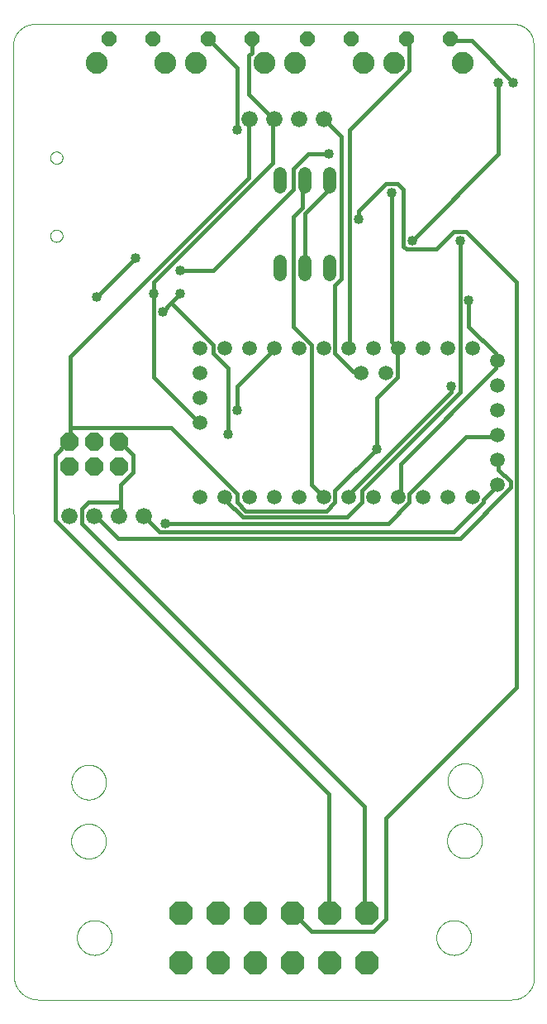
<source format=gbl>
G75*
%MOIN*%
%OFA0B0*%
%FSLAX25Y25*%
%IPPOS*%
%LPD*%
%AMOC8*
5,1,8,0,0,1.08239X$1,22.5*
%
%ADD10C,0.00000*%
%ADD11OC8,0.06000*%
%ADD12C,0.08850*%
%ADD13OC8,0.09449*%
%ADD14OC8,0.07400*%
%ADD15C,0.06600*%
%ADD16C,0.05937*%
%ADD17C,0.05200*%
%ADD18C,0.01600*%
%ADD19C,0.04000*%
D10*
X0001297Y0010767D02*
X0001000Y0385429D01*
X0001003Y0385640D01*
X0001010Y0385850D01*
X0001023Y0386061D01*
X0001041Y0386271D01*
X0001064Y0386480D01*
X0001092Y0386689D01*
X0001124Y0386897D01*
X0001162Y0387104D01*
X0001205Y0387311D01*
X0001253Y0387516D01*
X0001306Y0387720D01*
X0001364Y0387922D01*
X0001427Y0388124D01*
X0001494Y0388323D01*
X0001567Y0388521D01*
X0001644Y0388717D01*
X0001726Y0388911D01*
X0001812Y0389104D01*
X0001903Y0389294D01*
X0001999Y0389481D01*
X0002099Y0389667D01*
X0002204Y0389850D01*
X0002313Y0390030D01*
X0002426Y0390208D01*
X0002544Y0390383D01*
X0002665Y0390554D01*
X0002791Y0390723D01*
X0002921Y0390889D01*
X0003055Y0391052D01*
X0003193Y0391211D01*
X0003335Y0391367D01*
X0003480Y0391520D01*
X0003629Y0391669D01*
X0003782Y0391814D01*
X0003938Y0391956D01*
X0004097Y0392094D01*
X0004260Y0392228D01*
X0004426Y0392358D01*
X0004595Y0392484D01*
X0004766Y0392605D01*
X0004941Y0392723D01*
X0005119Y0392836D01*
X0005299Y0392945D01*
X0005482Y0393050D01*
X0005668Y0393150D01*
X0005855Y0393246D01*
X0006045Y0393337D01*
X0006238Y0393423D01*
X0006432Y0393505D01*
X0006628Y0393582D01*
X0006826Y0393655D01*
X0007025Y0393722D01*
X0007227Y0393785D01*
X0007429Y0393843D01*
X0007633Y0393896D01*
X0007838Y0393944D01*
X0008045Y0393987D01*
X0008252Y0394025D01*
X0008460Y0394057D01*
X0008669Y0394085D01*
X0008878Y0394108D01*
X0009088Y0394126D01*
X0009299Y0394139D01*
X0009509Y0394146D01*
X0009720Y0394149D01*
X0009720Y0394148D02*
X0203035Y0394148D01*
X0203226Y0394146D01*
X0203416Y0394139D01*
X0203606Y0394127D01*
X0203796Y0394111D01*
X0203986Y0394091D01*
X0204174Y0394065D01*
X0204363Y0394035D01*
X0204550Y0394001D01*
X0204737Y0393962D01*
X0204922Y0393919D01*
X0205107Y0393871D01*
X0205290Y0393819D01*
X0205472Y0393762D01*
X0205652Y0393701D01*
X0205831Y0393636D01*
X0206009Y0393566D01*
X0206184Y0393492D01*
X0206358Y0393414D01*
X0206530Y0393331D01*
X0206700Y0393245D01*
X0206867Y0393154D01*
X0207033Y0393059D01*
X0207196Y0392961D01*
X0207357Y0392858D01*
X0207515Y0392752D01*
X0207670Y0392642D01*
X0207823Y0392528D01*
X0207973Y0392411D01*
X0208120Y0392289D01*
X0208264Y0392165D01*
X0208405Y0392037D01*
X0208543Y0391905D01*
X0208678Y0391770D01*
X0208810Y0391632D01*
X0208938Y0391491D01*
X0209062Y0391347D01*
X0209184Y0391200D01*
X0209301Y0391050D01*
X0209415Y0390897D01*
X0209525Y0390742D01*
X0209631Y0390584D01*
X0209734Y0390423D01*
X0209832Y0390260D01*
X0209927Y0390094D01*
X0210018Y0389927D01*
X0210104Y0389757D01*
X0210187Y0389585D01*
X0210265Y0389411D01*
X0210339Y0389236D01*
X0210409Y0389058D01*
X0210474Y0388879D01*
X0210535Y0388699D01*
X0210592Y0388517D01*
X0210644Y0388334D01*
X0210692Y0388149D01*
X0210735Y0387964D01*
X0210774Y0387777D01*
X0210808Y0387590D01*
X0210838Y0387401D01*
X0210864Y0387213D01*
X0210884Y0387023D01*
X0210900Y0386833D01*
X0210912Y0386643D01*
X0210919Y0386453D01*
X0210921Y0386262D01*
X0211218Y0009978D01*
X0211215Y0009761D01*
X0211208Y0009544D01*
X0211194Y0009328D01*
X0211176Y0009111D01*
X0211153Y0008896D01*
X0211124Y0008681D01*
X0211090Y0008466D01*
X0211051Y0008253D01*
X0211006Y0008041D01*
X0210957Y0007829D01*
X0210903Y0007619D01*
X0210843Y0007411D01*
X0210779Y0007204D01*
X0210709Y0006998D01*
X0210635Y0006794D01*
X0210555Y0006592D01*
X0210471Y0006393D01*
X0210382Y0006195D01*
X0210288Y0005999D01*
X0210190Y0005806D01*
X0210086Y0005615D01*
X0209979Y0005427D01*
X0209867Y0005241D01*
X0209750Y0005058D01*
X0209629Y0004878D01*
X0209503Y0004701D01*
X0209374Y0004527D01*
X0209240Y0004356D01*
X0209102Y0004189D01*
X0208960Y0004024D01*
X0208814Y0003864D01*
X0208665Y0003707D01*
X0208511Y0003553D01*
X0208354Y0003404D01*
X0208194Y0003258D01*
X0208029Y0003116D01*
X0207862Y0002978D01*
X0207691Y0002844D01*
X0207517Y0002715D01*
X0207340Y0002589D01*
X0207160Y0002468D01*
X0206977Y0002351D01*
X0206791Y0002239D01*
X0206603Y0002132D01*
X0206412Y0002028D01*
X0206219Y0001930D01*
X0206023Y0001836D01*
X0205825Y0001747D01*
X0205626Y0001663D01*
X0205424Y0001583D01*
X0205220Y0001509D01*
X0205014Y0001439D01*
X0204807Y0001375D01*
X0204599Y0001315D01*
X0204389Y0001261D01*
X0204177Y0001212D01*
X0203965Y0001167D01*
X0203752Y0001128D01*
X0203537Y0001094D01*
X0203322Y0001065D01*
X0203107Y0001042D01*
X0202890Y0001024D01*
X0202674Y0001010D01*
X0202457Y0001003D01*
X0202240Y0001000D01*
X0011063Y0001000D01*
X0010827Y0001003D01*
X0010591Y0001011D01*
X0010356Y0001026D01*
X0010120Y0001046D01*
X0009886Y0001071D01*
X0009652Y0001102D01*
X0009419Y0001139D01*
X0009186Y0001182D01*
X0008955Y0001230D01*
X0008726Y0001284D01*
X0008497Y0001343D01*
X0008270Y0001408D01*
X0008045Y0001478D01*
X0007821Y0001554D01*
X0007600Y0001635D01*
X0007380Y0001721D01*
X0007162Y0001813D01*
X0006947Y0001910D01*
X0006734Y0002012D01*
X0006524Y0002119D01*
X0006316Y0002231D01*
X0006112Y0002348D01*
X0005910Y0002470D01*
X0005711Y0002597D01*
X0005515Y0002729D01*
X0005322Y0002865D01*
X0005133Y0003006D01*
X0004947Y0003152D01*
X0004765Y0003302D01*
X0004586Y0003456D01*
X0004412Y0003615D01*
X0004241Y0003778D01*
X0004074Y0003945D01*
X0003911Y0004116D01*
X0003752Y0004290D01*
X0003598Y0004469D01*
X0003448Y0004651D01*
X0003302Y0004837D01*
X0003161Y0005026D01*
X0003025Y0005219D01*
X0002893Y0005415D01*
X0002766Y0005614D01*
X0002644Y0005816D01*
X0002527Y0006020D01*
X0002415Y0006228D01*
X0002308Y0006438D01*
X0002206Y0006651D01*
X0002109Y0006866D01*
X0002017Y0007084D01*
X0001931Y0007304D01*
X0001850Y0007525D01*
X0001774Y0007749D01*
X0001704Y0007974D01*
X0001639Y0008201D01*
X0001580Y0008430D01*
X0001526Y0008659D01*
X0001478Y0008890D01*
X0001435Y0009123D01*
X0001398Y0009356D01*
X0001367Y0009590D01*
X0001342Y0009824D01*
X0001322Y0010060D01*
X0001307Y0010295D01*
X0001299Y0010531D01*
X0001296Y0010767D01*
X0024468Y0064839D02*
X0024470Y0065011D01*
X0024476Y0065182D01*
X0024487Y0065354D01*
X0024502Y0065525D01*
X0024521Y0065696D01*
X0024544Y0065866D01*
X0024571Y0066036D01*
X0024603Y0066205D01*
X0024638Y0066373D01*
X0024678Y0066540D01*
X0024722Y0066706D01*
X0024769Y0066871D01*
X0024821Y0067035D01*
X0024877Y0067197D01*
X0024937Y0067358D01*
X0025001Y0067518D01*
X0025069Y0067676D01*
X0025140Y0067832D01*
X0025215Y0067986D01*
X0025295Y0068139D01*
X0025377Y0068289D01*
X0025464Y0068438D01*
X0025554Y0068584D01*
X0025648Y0068728D01*
X0025745Y0068870D01*
X0025846Y0069009D01*
X0025950Y0069146D01*
X0026057Y0069280D01*
X0026168Y0069411D01*
X0026281Y0069540D01*
X0026398Y0069666D01*
X0026518Y0069789D01*
X0026641Y0069909D01*
X0026767Y0070026D01*
X0026896Y0070139D01*
X0027027Y0070250D01*
X0027161Y0070357D01*
X0027298Y0070461D01*
X0027437Y0070562D01*
X0027579Y0070659D01*
X0027723Y0070753D01*
X0027869Y0070843D01*
X0028018Y0070930D01*
X0028168Y0071012D01*
X0028321Y0071092D01*
X0028475Y0071167D01*
X0028631Y0071238D01*
X0028789Y0071306D01*
X0028949Y0071370D01*
X0029110Y0071430D01*
X0029272Y0071486D01*
X0029436Y0071538D01*
X0029601Y0071585D01*
X0029767Y0071629D01*
X0029934Y0071669D01*
X0030102Y0071704D01*
X0030271Y0071736D01*
X0030441Y0071763D01*
X0030611Y0071786D01*
X0030782Y0071805D01*
X0030953Y0071820D01*
X0031125Y0071831D01*
X0031296Y0071837D01*
X0031468Y0071839D01*
X0031640Y0071837D01*
X0031811Y0071831D01*
X0031983Y0071820D01*
X0032154Y0071805D01*
X0032325Y0071786D01*
X0032495Y0071763D01*
X0032665Y0071736D01*
X0032834Y0071704D01*
X0033002Y0071669D01*
X0033169Y0071629D01*
X0033335Y0071585D01*
X0033500Y0071538D01*
X0033664Y0071486D01*
X0033826Y0071430D01*
X0033987Y0071370D01*
X0034147Y0071306D01*
X0034305Y0071238D01*
X0034461Y0071167D01*
X0034615Y0071092D01*
X0034768Y0071012D01*
X0034918Y0070930D01*
X0035067Y0070843D01*
X0035213Y0070753D01*
X0035357Y0070659D01*
X0035499Y0070562D01*
X0035638Y0070461D01*
X0035775Y0070357D01*
X0035909Y0070250D01*
X0036040Y0070139D01*
X0036169Y0070026D01*
X0036295Y0069909D01*
X0036418Y0069789D01*
X0036538Y0069666D01*
X0036655Y0069540D01*
X0036768Y0069411D01*
X0036879Y0069280D01*
X0036986Y0069146D01*
X0037090Y0069009D01*
X0037191Y0068870D01*
X0037288Y0068728D01*
X0037382Y0068584D01*
X0037472Y0068438D01*
X0037559Y0068289D01*
X0037641Y0068139D01*
X0037721Y0067986D01*
X0037796Y0067832D01*
X0037867Y0067676D01*
X0037935Y0067518D01*
X0037999Y0067358D01*
X0038059Y0067197D01*
X0038115Y0067035D01*
X0038167Y0066871D01*
X0038214Y0066706D01*
X0038258Y0066540D01*
X0038298Y0066373D01*
X0038333Y0066205D01*
X0038365Y0066036D01*
X0038392Y0065866D01*
X0038415Y0065696D01*
X0038434Y0065525D01*
X0038449Y0065354D01*
X0038460Y0065182D01*
X0038466Y0065011D01*
X0038468Y0064839D01*
X0038466Y0064667D01*
X0038460Y0064496D01*
X0038449Y0064324D01*
X0038434Y0064153D01*
X0038415Y0063982D01*
X0038392Y0063812D01*
X0038365Y0063642D01*
X0038333Y0063473D01*
X0038298Y0063305D01*
X0038258Y0063138D01*
X0038214Y0062972D01*
X0038167Y0062807D01*
X0038115Y0062643D01*
X0038059Y0062481D01*
X0037999Y0062320D01*
X0037935Y0062160D01*
X0037867Y0062002D01*
X0037796Y0061846D01*
X0037721Y0061692D01*
X0037641Y0061539D01*
X0037559Y0061389D01*
X0037472Y0061240D01*
X0037382Y0061094D01*
X0037288Y0060950D01*
X0037191Y0060808D01*
X0037090Y0060669D01*
X0036986Y0060532D01*
X0036879Y0060398D01*
X0036768Y0060267D01*
X0036655Y0060138D01*
X0036538Y0060012D01*
X0036418Y0059889D01*
X0036295Y0059769D01*
X0036169Y0059652D01*
X0036040Y0059539D01*
X0035909Y0059428D01*
X0035775Y0059321D01*
X0035638Y0059217D01*
X0035499Y0059116D01*
X0035357Y0059019D01*
X0035213Y0058925D01*
X0035067Y0058835D01*
X0034918Y0058748D01*
X0034768Y0058666D01*
X0034615Y0058586D01*
X0034461Y0058511D01*
X0034305Y0058440D01*
X0034147Y0058372D01*
X0033987Y0058308D01*
X0033826Y0058248D01*
X0033664Y0058192D01*
X0033500Y0058140D01*
X0033335Y0058093D01*
X0033169Y0058049D01*
X0033002Y0058009D01*
X0032834Y0057974D01*
X0032665Y0057942D01*
X0032495Y0057915D01*
X0032325Y0057892D01*
X0032154Y0057873D01*
X0031983Y0057858D01*
X0031811Y0057847D01*
X0031640Y0057841D01*
X0031468Y0057839D01*
X0031296Y0057841D01*
X0031125Y0057847D01*
X0030953Y0057858D01*
X0030782Y0057873D01*
X0030611Y0057892D01*
X0030441Y0057915D01*
X0030271Y0057942D01*
X0030102Y0057974D01*
X0029934Y0058009D01*
X0029767Y0058049D01*
X0029601Y0058093D01*
X0029436Y0058140D01*
X0029272Y0058192D01*
X0029110Y0058248D01*
X0028949Y0058308D01*
X0028789Y0058372D01*
X0028631Y0058440D01*
X0028475Y0058511D01*
X0028321Y0058586D01*
X0028168Y0058666D01*
X0028018Y0058748D01*
X0027869Y0058835D01*
X0027723Y0058925D01*
X0027579Y0059019D01*
X0027437Y0059116D01*
X0027298Y0059217D01*
X0027161Y0059321D01*
X0027027Y0059428D01*
X0026896Y0059539D01*
X0026767Y0059652D01*
X0026641Y0059769D01*
X0026518Y0059889D01*
X0026398Y0060012D01*
X0026281Y0060138D01*
X0026168Y0060267D01*
X0026057Y0060398D01*
X0025950Y0060532D01*
X0025846Y0060669D01*
X0025745Y0060808D01*
X0025648Y0060950D01*
X0025554Y0061094D01*
X0025464Y0061240D01*
X0025377Y0061389D01*
X0025295Y0061539D01*
X0025215Y0061692D01*
X0025140Y0061846D01*
X0025069Y0062002D01*
X0025001Y0062160D01*
X0024937Y0062320D01*
X0024877Y0062481D01*
X0024821Y0062643D01*
X0024769Y0062807D01*
X0024722Y0062972D01*
X0024678Y0063138D01*
X0024638Y0063305D01*
X0024603Y0063473D01*
X0024571Y0063642D01*
X0024544Y0063812D01*
X0024521Y0063982D01*
X0024502Y0064153D01*
X0024487Y0064324D01*
X0024476Y0064496D01*
X0024470Y0064667D01*
X0024468Y0064839D01*
X0024536Y0088621D02*
X0024538Y0088793D01*
X0024544Y0088964D01*
X0024555Y0089136D01*
X0024570Y0089307D01*
X0024589Y0089478D01*
X0024612Y0089648D01*
X0024639Y0089818D01*
X0024671Y0089987D01*
X0024706Y0090155D01*
X0024746Y0090322D01*
X0024790Y0090488D01*
X0024837Y0090653D01*
X0024889Y0090817D01*
X0024945Y0090979D01*
X0025005Y0091140D01*
X0025069Y0091300D01*
X0025137Y0091458D01*
X0025208Y0091614D01*
X0025283Y0091768D01*
X0025363Y0091921D01*
X0025445Y0092071D01*
X0025532Y0092220D01*
X0025622Y0092366D01*
X0025716Y0092510D01*
X0025813Y0092652D01*
X0025914Y0092791D01*
X0026018Y0092928D01*
X0026125Y0093062D01*
X0026236Y0093193D01*
X0026349Y0093322D01*
X0026466Y0093448D01*
X0026586Y0093571D01*
X0026709Y0093691D01*
X0026835Y0093808D01*
X0026964Y0093921D01*
X0027095Y0094032D01*
X0027229Y0094139D01*
X0027366Y0094243D01*
X0027505Y0094344D01*
X0027647Y0094441D01*
X0027791Y0094535D01*
X0027937Y0094625D01*
X0028086Y0094712D01*
X0028236Y0094794D01*
X0028389Y0094874D01*
X0028543Y0094949D01*
X0028699Y0095020D01*
X0028857Y0095088D01*
X0029017Y0095152D01*
X0029178Y0095212D01*
X0029340Y0095268D01*
X0029504Y0095320D01*
X0029669Y0095367D01*
X0029835Y0095411D01*
X0030002Y0095451D01*
X0030170Y0095486D01*
X0030339Y0095518D01*
X0030509Y0095545D01*
X0030679Y0095568D01*
X0030850Y0095587D01*
X0031021Y0095602D01*
X0031193Y0095613D01*
X0031364Y0095619D01*
X0031536Y0095621D01*
X0031708Y0095619D01*
X0031879Y0095613D01*
X0032051Y0095602D01*
X0032222Y0095587D01*
X0032393Y0095568D01*
X0032563Y0095545D01*
X0032733Y0095518D01*
X0032902Y0095486D01*
X0033070Y0095451D01*
X0033237Y0095411D01*
X0033403Y0095367D01*
X0033568Y0095320D01*
X0033732Y0095268D01*
X0033894Y0095212D01*
X0034055Y0095152D01*
X0034215Y0095088D01*
X0034373Y0095020D01*
X0034529Y0094949D01*
X0034683Y0094874D01*
X0034836Y0094794D01*
X0034986Y0094712D01*
X0035135Y0094625D01*
X0035281Y0094535D01*
X0035425Y0094441D01*
X0035567Y0094344D01*
X0035706Y0094243D01*
X0035843Y0094139D01*
X0035977Y0094032D01*
X0036108Y0093921D01*
X0036237Y0093808D01*
X0036363Y0093691D01*
X0036486Y0093571D01*
X0036606Y0093448D01*
X0036723Y0093322D01*
X0036836Y0093193D01*
X0036947Y0093062D01*
X0037054Y0092928D01*
X0037158Y0092791D01*
X0037259Y0092652D01*
X0037356Y0092510D01*
X0037450Y0092366D01*
X0037540Y0092220D01*
X0037627Y0092071D01*
X0037709Y0091921D01*
X0037789Y0091768D01*
X0037864Y0091614D01*
X0037935Y0091458D01*
X0038003Y0091300D01*
X0038067Y0091140D01*
X0038127Y0090979D01*
X0038183Y0090817D01*
X0038235Y0090653D01*
X0038282Y0090488D01*
X0038326Y0090322D01*
X0038366Y0090155D01*
X0038401Y0089987D01*
X0038433Y0089818D01*
X0038460Y0089648D01*
X0038483Y0089478D01*
X0038502Y0089307D01*
X0038517Y0089136D01*
X0038528Y0088964D01*
X0038534Y0088793D01*
X0038536Y0088621D01*
X0038534Y0088449D01*
X0038528Y0088278D01*
X0038517Y0088106D01*
X0038502Y0087935D01*
X0038483Y0087764D01*
X0038460Y0087594D01*
X0038433Y0087424D01*
X0038401Y0087255D01*
X0038366Y0087087D01*
X0038326Y0086920D01*
X0038282Y0086754D01*
X0038235Y0086589D01*
X0038183Y0086425D01*
X0038127Y0086263D01*
X0038067Y0086102D01*
X0038003Y0085942D01*
X0037935Y0085784D01*
X0037864Y0085628D01*
X0037789Y0085474D01*
X0037709Y0085321D01*
X0037627Y0085171D01*
X0037540Y0085022D01*
X0037450Y0084876D01*
X0037356Y0084732D01*
X0037259Y0084590D01*
X0037158Y0084451D01*
X0037054Y0084314D01*
X0036947Y0084180D01*
X0036836Y0084049D01*
X0036723Y0083920D01*
X0036606Y0083794D01*
X0036486Y0083671D01*
X0036363Y0083551D01*
X0036237Y0083434D01*
X0036108Y0083321D01*
X0035977Y0083210D01*
X0035843Y0083103D01*
X0035706Y0082999D01*
X0035567Y0082898D01*
X0035425Y0082801D01*
X0035281Y0082707D01*
X0035135Y0082617D01*
X0034986Y0082530D01*
X0034836Y0082448D01*
X0034683Y0082368D01*
X0034529Y0082293D01*
X0034373Y0082222D01*
X0034215Y0082154D01*
X0034055Y0082090D01*
X0033894Y0082030D01*
X0033732Y0081974D01*
X0033568Y0081922D01*
X0033403Y0081875D01*
X0033237Y0081831D01*
X0033070Y0081791D01*
X0032902Y0081756D01*
X0032733Y0081724D01*
X0032563Y0081697D01*
X0032393Y0081674D01*
X0032222Y0081655D01*
X0032051Y0081640D01*
X0031879Y0081629D01*
X0031708Y0081623D01*
X0031536Y0081621D01*
X0031364Y0081623D01*
X0031193Y0081629D01*
X0031021Y0081640D01*
X0030850Y0081655D01*
X0030679Y0081674D01*
X0030509Y0081697D01*
X0030339Y0081724D01*
X0030170Y0081756D01*
X0030002Y0081791D01*
X0029835Y0081831D01*
X0029669Y0081875D01*
X0029504Y0081922D01*
X0029340Y0081974D01*
X0029178Y0082030D01*
X0029017Y0082090D01*
X0028857Y0082154D01*
X0028699Y0082222D01*
X0028543Y0082293D01*
X0028389Y0082368D01*
X0028236Y0082448D01*
X0028086Y0082530D01*
X0027937Y0082617D01*
X0027791Y0082707D01*
X0027647Y0082801D01*
X0027505Y0082898D01*
X0027366Y0082999D01*
X0027229Y0083103D01*
X0027095Y0083210D01*
X0026964Y0083321D01*
X0026835Y0083434D01*
X0026709Y0083551D01*
X0026586Y0083671D01*
X0026466Y0083794D01*
X0026349Y0083920D01*
X0026236Y0084049D01*
X0026125Y0084180D01*
X0026018Y0084314D01*
X0025914Y0084451D01*
X0025813Y0084590D01*
X0025716Y0084732D01*
X0025622Y0084876D01*
X0025532Y0085022D01*
X0025445Y0085171D01*
X0025363Y0085321D01*
X0025283Y0085474D01*
X0025208Y0085628D01*
X0025137Y0085784D01*
X0025069Y0085942D01*
X0025005Y0086102D01*
X0024945Y0086263D01*
X0024889Y0086425D01*
X0024837Y0086589D01*
X0024790Y0086754D01*
X0024746Y0086920D01*
X0024706Y0087087D01*
X0024671Y0087255D01*
X0024639Y0087424D01*
X0024612Y0087594D01*
X0024589Y0087764D01*
X0024570Y0087935D01*
X0024555Y0088106D01*
X0024544Y0088278D01*
X0024538Y0088449D01*
X0024536Y0088621D01*
X0026797Y0026000D02*
X0026799Y0026172D01*
X0026805Y0026343D01*
X0026816Y0026515D01*
X0026831Y0026686D01*
X0026850Y0026857D01*
X0026873Y0027027D01*
X0026900Y0027197D01*
X0026932Y0027366D01*
X0026967Y0027534D01*
X0027007Y0027701D01*
X0027051Y0027867D01*
X0027098Y0028032D01*
X0027150Y0028196D01*
X0027206Y0028358D01*
X0027266Y0028519D01*
X0027330Y0028679D01*
X0027398Y0028837D01*
X0027469Y0028993D01*
X0027544Y0029147D01*
X0027624Y0029300D01*
X0027706Y0029450D01*
X0027793Y0029599D01*
X0027883Y0029745D01*
X0027977Y0029889D01*
X0028074Y0030031D01*
X0028175Y0030170D01*
X0028279Y0030307D01*
X0028386Y0030441D01*
X0028497Y0030572D01*
X0028610Y0030701D01*
X0028727Y0030827D01*
X0028847Y0030950D01*
X0028970Y0031070D01*
X0029096Y0031187D01*
X0029225Y0031300D01*
X0029356Y0031411D01*
X0029490Y0031518D01*
X0029627Y0031622D01*
X0029766Y0031723D01*
X0029908Y0031820D01*
X0030052Y0031914D01*
X0030198Y0032004D01*
X0030347Y0032091D01*
X0030497Y0032173D01*
X0030650Y0032253D01*
X0030804Y0032328D01*
X0030960Y0032399D01*
X0031118Y0032467D01*
X0031278Y0032531D01*
X0031439Y0032591D01*
X0031601Y0032647D01*
X0031765Y0032699D01*
X0031930Y0032746D01*
X0032096Y0032790D01*
X0032263Y0032830D01*
X0032431Y0032865D01*
X0032600Y0032897D01*
X0032770Y0032924D01*
X0032940Y0032947D01*
X0033111Y0032966D01*
X0033282Y0032981D01*
X0033454Y0032992D01*
X0033625Y0032998D01*
X0033797Y0033000D01*
X0033969Y0032998D01*
X0034140Y0032992D01*
X0034312Y0032981D01*
X0034483Y0032966D01*
X0034654Y0032947D01*
X0034824Y0032924D01*
X0034994Y0032897D01*
X0035163Y0032865D01*
X0035331Y0032830D01*
X0035498Y0032790D01*
X0035664Y0032746D01*
X0035829Y0032699D01*
X0035993Y0032647D01*
X0036155Y0032591D01*
X0036316Y0032531D01*
X0036476Y0032467D01*
X0036634Y0032399D01*
X0036790Y0032328D01*
X0036944Y0032253D01*
X0037097Y0032173D01*
X0037247Y0032091D01*
X0037396Y0032004D01*
X0037542Y0031914D01*
X0037686Y0031820D01*
X0037828Y0031723D01*
X0037967Y0031622D01*
X0038104Y0031518D01*
X0038238Y0031411D01*
X0038369Y0031300D01*
X0038498Y0031187D01*
X0038624Y0031070D01*
X0038747Y0030950D01*
X0038867Y0030827D01*
X0038984Y0030701D01*
X0039097Y0030572D01*
X0039208Y0030441D01*
X0039315Y0030307D01*
X0039419Y0030170D01*
X0039520Y0030031D01*
X0039617Y0029889D01*
X0039711Y0029745D01*
X0039801Y0029599D01*
X0039888Y0029450D01*
X0039970Y0029300D01*
X0040050Y0029147D01*
X0040125Y0028993D01*
X0040196Y0028837D01*
X0040264Y0028679D01*
X0040328Y0028519D01*
X0040388Y0028358D01*
X0040444Y0028196D01*
X0040496Y0028032D01*
X0040543Y0027867D01*
X0040587Y0027701D01*
X0040627Y0027534D01*
X0040662Y0027366D01*
X0040694Y0027197D01*
X0040721Y0027027D01*
X0040744Y0026857D01*
X0040763Y0026686D01*
X0040778Y0026515D01*
X0040789Y0026343D01*
X0040795Y0026172D01*
X0040797Y0026000D01*
X0040795Y0025828D01*
X0040789Y0025657D01*
X0040778Y0025485D01*
X0040763Y0025314D01*
X0040744Y0025143D01*
X0040721Y0024973D01*
X0040694Y0024803D01*
X0040662Y0024634D01*
X0040627Y0024466D01*
X0040587Y0024299D01*
X0040543Y0024133D01*
X0040496Y0023968D01*
X0040444Y0023804D01*
X0040388Y0023642D01*
X0040328Y0023481D01*
X0040264Y0023321D01*
X0040196Y0023163D01*
X0040125Y0023007D01*
X0040050Y0022853D01*
X0039970Y0022700D01*
X0039888Y0022550D01*
X0039801Y0022401D01*
X0039711Y0022255D01*
X0039617Y0022111D01*
X0039520Y0021969D01*
X0039419Y0021830D01*
X0039315Y0021693D01*
X0039208Y0021559D01*
X0039097Y0021428D01*
X0038984Y0021299D01*
X0038867Y0021173D01*
X0038747Y0021050D01*
X0038624Y0020930D01*
X0038498Y0020813D01*
X0038369Y0020700D01*
X0038238Y0020589D01*
X0038104Y0020482D01*
X0037967Y0020378D01*
X0037828Y0020277D01*
X0037686Y0020180D01*
X0037542Y0020086D01*
X0037396Y0019996D01*
X0037247Y0019909D01*
X0037097Y0019827D01*
X0036944Y0019747D01*
X0036790Y0019672D01*
X0036634Y0019601D01*
X0036476Y0019533D01*
X0036316Y0019469D01*
X0036155Y0019409D01*
X0035993Y0019353D01*
X0035829Y0019301D01*
X0035664Y0019254D01*
X0035498Y0019210D01*
X0035331Y0019170D01*
X0035163Y0019135D01*
X0034994Y0019103D01*
X0034824Y0019076D01*
X0034654Y0019053D01*
X0034483Y0019034D01*
X0034312Y0019019D01*
X0034140Y0019008D01*
X0033969Y0019002D01*
X0033797Y0019000D01*
X0033625Y0019002D01*
X0033454Y0019008D01*
X0033282Y0019019D01*
X0033111Y0019034D01*
X0032940Y0019053D01*
X0032770Y0019076D01*
X0032600Y0019103D01*
X0032431Y0019135D01*
X0032263Y0019170D01*
X0032096Y0019210D01*
X0031930Y0019254D01*
X0031765Y0019301D01*
X0031601Y0019353D01*
X0031439Y0019409D01*
X0031278Y0019469D01*
X0031118Y0019533D01*
X0030960Y0019601D01*
X0030804Y0019672D01*
X0030650Y0019747D01*
X0030497Y0019827D01*
X0030347Y0019909D01*
X0030198Y0019996D01*
X0030052Y0020086D01*
X0029908Y0020180D01*
X0029766Y0020277D01*
X0029627Y0020378D01*
X0029490Y0020482D01*
X0029356Y0020589D01*
X0029225Y0020700D01*
X0029096Y0020813D01*
X0028970Y0020930D01*
X0028847Y0021050D01*
X0028727Y0021173D01*
X0028610Y0021299D01*
X0028497Y0021428D01*
X0028386Y0021559D01*
X0028279Y0021693D01*
X0028175Y0021830D01*
X0028074Y0021969D01*
X0027977Y0022111D01*
X0027883Y0022255D01*
X0027793Y0022401D01*
X0027706Y0022550D01*
X0027624Y0022700D01*
X0027544Y0022853D01*
X0027469Y0023007D01*
X0027398Y0023163D01*
X0027330Y0023321D01*
X0027266Y0023481D01*
X0027206Y0023642D01*
X0027150Y0023804D01*
X0027098Y0023968D01*
X0027051Y0024133D01*
X0027007Y0024299D01*
X0026967Y0024466D01*
X0026932Y0024634D01*
X0026900Y0024803D01*
X0026873Y0024973D01*
X0026850Y0025143D01*
X0026831Y0025314D01*
X0026816Y0025485D01*
X0026805Y0025657D01*
X0026799Y0025828D01*
X0026797Y0026000D01*
X0016041Y0308795D02*
X0016043Y0308894D01*
X0016049Y0308993D01*
X0016059Y0309092D01*
X0016073Y0309190D01*
X0016091Y0309287D01*
X0016113Y0309384D01*
X0016138Y0309480D01*
X0016168Y0309574D01*
X0016201Y0309668D01*
X0016238Y0309760D01*
X0016279Y0309850D01*
X0016323Y0309939D01*
X0016371Y0310025D01*
X0016422Y0310110D01*
X0016477Y0310193D01*
X0016535Y0310273D01*
X0016596Y0310351D01*
X0016660Y0310427D01*
X0016727Y0310500D01*
X0016797Y0310570D01*
X0016870Y0310637D01*
X0016946Y0310701D01*
X0017024Y0310762D01*
X0017104Y0310820D01*
X0017187Y0310875D01*
X0017271Y0310926D01*
X0017358Y0310974D01*
X0017447Y0311018D01*
X0017537Y0311059D01*
X0017629Y0311096D01*
X0017723Y0311129D01*
X0017817Y0311159D01*
X0017913Y0311184D01*
X0018010Y0311206D01*
X0018107Y0311224D01*
X0018205Y0311238D01*
X0018304Y0311248D01*
X0018403Y0311254D01*
X0018502Y0311256D01*
X0018601Y0311254D01*
X0018700Y0311248D01*
X0018799Y0311238D01*
X0018897Y0311224D01*
X0018994Y0311206D01*
X0019091Y0311184D01*
X0019187Y0311159D01*
X0019281Y0311129D01*
X0019375Y0311096D01*
X0019467Y0311059D01*
X0019557Y0311018D01*
X0019646Y0310974D01*
X0019732Y0310926D01*
X0019817Y0310875D01*
X0019900Y0310820D01*
X0019980Y0310762D01*
X0020058Y0310701D01*
X0020134Y0310637D01*
X0020207Y0310570D01*
X0020277Y0310500D01*
X0020344Y0310427D01*
X0020408Y0310351D01*
X0020469Y0310273D01*
X0020527Y0310193D01*
X0020582Y0310110D01*
X0020633Y0310026D01*
X0020681Y0309939D01*
X0020725Y0309850D01*
X0020766Y0309760D01*
X0020803Y0309668D01*
X0020836Y0309574D01*
X0020866Y0309480D01*
X0020891Y0309384D01*
X0020913Y0309287D01*
X0020931Y0309190D01*
X0020945Y0309092D01*
X0020955Y0308993D01*
X0020961Y0308894D01*
X0020963Y0308795D01*
X0020961Y0308696D01*
X0020955Y0308597D01*
X0020945Y0308498D01*
X0020931Y0308400D01*
X0020913Y0308303D01*
X0020891Y0308206D01*
X0020866Y0308110D01*
X0020836Y0308016D01*
X0020803Y0307922D01*
X0020766Y0307830D01*
X0020725Y0307740D01*
X0020681Y0307651D01*
X0020633Y0307565D01*
X0020582Y0307480D01*
X0020527Y0307397D01*
X0020469Y0307317D01*
X0020408Y0307239D01*
X0020344Y0307163D01*
X0020277Y0307090D01*
X0020207Y0307020D01*
X0020134Y0306953D01*
X0020058Y0306889D01*
X0019980Y0306828D01*
X0019900Y0306770D01*
X0019817Y0306715D01*
X0019733Y0306664D01*
X0019646Y0306616D01*
X0019557Y0306572D01*
X0019467Y0306531D01*
X0019375Y0306494D01*
X0019281Y0306461D01*
X0019187Y0306431D01*
X0019091Y0306406D01*
X0018994Y0306384D01*
X0018897Y0306366D01*
X0018799Y0306352D01*
X0018700Y0306342D01*
X0018601Y0306336D01*
X0018502Y0306334D01*
X0018403Y0306336D01*
X0018304Y0306342D01*
X0018205Y0306352D01*
X0018107Y0306366D01*
X0018010Y0306384D01*
X0017913Y0306406D01*
X0017817Y0306431D01*
X0017723Y0306461D01*
X0017629Y0306494D01*
X0017537Y0306531D01*
X0017447Y0306572D01*
X0017358Y0306616D01*
X0017272Y0306664D01*
X0017187Y0306715D01*
X0017104Y0306770D01*
X0017024Y0306828D01*
X0016946Y0306889D01*
X0016870Y0306953D01*
X0016797Y0307020D01*
X0016727Y0307090D01*
X0016660Y0307163D01*
X0016596Y0307239D01*
X0016535Y0307317D01*
X0016477Y0307397D01*
X0016422Y0307480D01*
X0016371Y0307564D01*
X0016323Y0307651D01*
X0016279Y0307740D01*
X0016238Y0307830D01*
X0016201Y0307922D01*
X0016168Y0308016D01*
X0016138Y0308110D01*
X0016113Y0308206D01*
X0016091Y0308303D01*
X0016073Y0308400D01*
X0016059Y0308498D01*
X0016049Y0308597D01*
X0016043Y0308696D01*
X0016041Y0308795D01*
X0016041Y0340291D02*
X0016043Y0340390D01*
X0016049Y0340489D01*
X0016059Y0340588D01*
X0016073Y0340686D01*
X0016091Y0340783D01*
X0016113Y0340880D01*
X0016138Y0340976D01*
X0016168Y0341070D01*
X0016201Y0341164D01*
X0016238Y0341256D01*
X0016279Y0341346D01*
X0016323Y0341435D01*
X0016371Y0341521D01*
X0016422Y0341606D01*
X0016477Y0341689D01*
X0016535Y0341769D01*
X0016596Y0341847D01*
X0016660Y0341923D01*
X0016727Y0341996D01*
X0016797Y0342066D01*
X0016870Y0342133D01*
X0016946Y0342197D01*
X0017024Y0342258D01*
X0017104Y0342316D01*
X0017187Y0342371D01*
X0017271Y0342422D01*
X0017358Y0342470D01*
X0017447Y0342514D01*
X0017537Y0342555D01*
X0017629Y0342592D01*
X0017723Y0342625D01*
X0017817Y0342655D01*
X0017913Y0342680D01*
X0018010Y0342702D01*
X0018107Y0342720D01*
X0018205Y0342734D01*
X0018304Y0342744D01*
X0018403Y0342750D01*
X0018502Y0342752D01*
X0018601Y0342750D01*
X0018700Y0342744D01*
X0018799Y0342734D01*
X0018897Y0342720D01*
X0018994Y0342702D01*
X0019091Y0342680D01*
X0019187Y0342655D01*
X0019281Y0342625D01*
X0019375Y0342592D01*
X0019467Y0342555D01*
X0019557Y0342514D01*
X0019646Y0342470D01*
X0019732Y0342422D01*
X0019817Y0342371D01*
X0019900Y0342316D01*
X0019980Y0342258D01*
X0020058Y0342197D01*
X0020134Y0342133D01*
X0020207Y0342066D01*
X0020277Y0341996D01*
X0020344Y0341923D01*
X0020408Y0341847D01*
X0020469Y0341769D01*
X0020527Y0341689D01*
X0020582Y0341606D01*
X0020633Y0341522D01*
X0020681Y0341435D01*
X0020725Y0341346D01*
X0020766Y0341256D01*
X0020803Y0341164D01*
X0020836Y0341070D01*
X0020866Y0340976D01*
X0020891Y0340880D01*
X0020913Y0340783D01*
X0020931Y0340686D01*
X0020945Y0340588D01*
X0020955Y0340489D01*
X0020961Y0340390D01*
X0020963Y0340291D01*
X0020961Y0340192D01*
X0020955Y0340093D01*
X0020945Y0339994D01*
X0020931Y0339896D01*
X0020913Y0339799D01*
X0020891Y0339702D01*
X0020866Y0339606D01*
X0020836Y0339512D01*
X0020803Y0339418D01*
X0020766Y0339326D01*
X0020725Y0339236D01*
X0020681Y0339147D01*
X0020633Y0339061D01*
X0020582Y0338976D01*
X0020527Y0338893D01*
X0020469Y0338813D01*
X0020408Y0338735D01*
X0020344Y0338659D01*
X0020277Y0338586D01*
X0020207Y0338516D01*
X0020134Y0338449D01*
X0020058Y0338385D01*
X0019980Y0338324D01*
X0019900Y0338266D01*
X0019817Y0338211D01*
X0019733Y0338160D01*
X0019646Y0338112D01*
X0019557Y0338068D01*
X0019467Y0338027D01*
X0019375Y0337990D01*
X0019281Y0337957D01*
X0019187Y0337927D01*
X0019091Y0337902D01*
X0018994Y0337880D01*
X0018897Y0337862D01*
X0018799Y0337848D01*
X0018700Y0337838D01*
X0018601Y0337832D01*
X0018502Y0337830D01*
X0018403Y0337832D01*
X0018304Y0337838D01*
X0018205Y0337848D01*
X0018107Y0337862D01*
X0018010Y0337880D01*
X0017913Y0337902D01*
X0017817Y0337927D01*
X0017723Y0337957D01*
X0017629Y0337990D01*
X0017537Y0338027D01*
X0017447Y0338068D01*
X0017358Y0338112D01*
X0017272Y0338160D01*
X0017187Y0338211D01*
X0017104Y0338266D01*
X0017024Y0338324D01*
X0016946Y0338385D01*
X0016870Y0338449D01*
X0016797Y0338516D01*
X0016727Y0338586D01*
X0016660Y0338659D01*
X0016596Y0338735D01*
X0016535Y0338813D01*
X0016477Y0338893D01*
X0016422Y0338976D01*
X0016371Y0339060D01*
X0016323Y0339147D01*
X0016279Y0339236D01*
X0016238Y0339326D01*
X0016201Y0339418D01*
X0016168Y0339512D01*
X0016138Y0339606D01*
X0016113Y0339702D01*
X0016091Y0339799D01*
X0016073Y0339896D01*
X0016059Y0339994D01*
X0016049Y0340093D01*
X0016043Y0340192D01*
X0016041Y0340291D01*
X0171797Y0026000D02*
X0171799Y0026172D01*
X0171805Y0026343D01*
X0171816Y0026515D01*
X0171831Y0026686D01*
X0171850Y0026857D01*
X0171873Y0027027D01*
X0171900Y0027197D01*
X0171932Y0027366D01*
X0171967Y0027534D01*
X0172007Y0027701D01*
X0172051Y0027867D01*
X0172098Y0028032D01*
X0172150Y0028196D01*
X0172206Y0028358D01*
X0172266Y0028519D01*
X0172330Y0028679D01*
X0172398Y0028837D01*
X0172469Y0028993D01*
X0172544Y0029147D01*
X0172624Y0029300D01*
X0172706Y0029450D01*
X0172793Y0029599D01*
X0172883Y0029745D01*
X0172977Y0029889D01*
X0173074Y0030031D01*
X0173175Y0030170D01*
X0173279Y0030307D01*
X0173386Y0030441D01*
X0173497Y0030572D01*
X0173610Y0030701D01*
X0173727Y0030827D01*
X0173847Y0030950D01*
X0173970Y0031070D01*
X0174096Y0031187D01*
X0174225Y0031300D01*
X0174356Y0031411D01*
X0174490Y0031518D01*
X0174627Y0031622D01*
X0174766Y0031723D01*
X0174908Y0031820D01*
X0175052Y0031914D01*
X0175198Y0032004D01*
X0175347Y0032091D01*
X0175497Y0032173D01*
X0175650Y0032253D01*
X0175804Y0032328D01*
X0175960Y0032399D01*
X0176118Y0032467D01*
X0176278Y0032531D01*
X0176439Y0032591D01*
X0176601Y0032647D01*
X0176765Y0032699D01*
X0176930Y0032746D01*
X0177096Y0032790D01*
X0177263Y0032830D01*
X0177431Y0032865D01*
X0177600Y0032897D01*
X0177770Y0032924D01*
X0177940Y0032947D01*
X0178111Y0032966D01*
X0178282Y0032981D01*
X0178454Y0032992D01*
X0178625Y0032998D01*
X0178797Y0033000D01*
X0178969Y0032998D01*
X0179140Y0032992D01*
X0179312Y0032981D01*
X0179483Y0032966D01*
X0179654Y0032947D01*
X0179824Y0032924D01*
X0179994Y0032897D01*
X0180163Y0032865D01*
X0180331Y0032830D01*
X0180498Y0032790D01*
X0180664Y0032746D01*
X0180829Y0032699D01*
X0180993Y0032647D01*
X0181155Y0032591D01*
X0181316Y0032531D01*
X0181476Y0032467D01*
X0181634Y0032399D01*
X0181790Y0032328D01*
X0181944Y0032253D01*
X0182097Y0032173D01*
X0182247Y0032091D01*
X0182396Y0032004D01*
X0182542Y0031914D01*
X0182686Y0031820D01*
X0182828Y0031723D01*
X0182967Y0031622D01*
X0183104Y0031518D01*
X0183238Y0031411D01*
X0183369Y0031300D01*
X0183498Y0031187D01*
X0183624Y0031070D01*
X0183747Y0030950D01*
X0183867Y0030827D01*
X0183984Y0030701D01*
X0184097Y0030572D01*
X0184208Y0030441D01*
X0184315Y0030307D01*
X0184419Y0030170D01*
X0184520Y0030031D01*
X0184617Y0029889D01*
X0184711Y0029745D01*
X0184801Y0029599D01*
X0184888Y0029450D01*
X0184970Y0029300D01*
X0185050Y0029147D01*
X0185125Y0028993D01*
X0185196Y0028837D01*
X0185264Y0028679D01*
X0185328Y0028519D01*
X0185388Y0028358D01*
X0185444Y0028196D01*
X0185496Y0028032D01*
X0185543Y0027867D01*
X0185587Y0027701D01*
X0185627Y0027534D01*
X0185662Y0027366D01*
X0185694Y0027197D01*
X0185721Y0027027D01*
X0185744Y0026857D01*
X0185763Y0026686D01*
X0185778Y0026515D01*
X0185789Y0026343D01*
X0185795Y0026172D01*
X0185797Y0026000D01*
X0185795Y0025828D01*
X0185789Y0025657D01*
X0185778Y0025485D01*
X0185763Y0025314D01*
X0185744Y0025143D01*
X0185721Y0024973D01*
X0185694Y0024803D01*
X0185662Y0024634D01*
X0185627Y0024466D01*
X0185587Y0024299D01*
X0185543Y0024133D01*
X0185496Y0023968D01*
X0185444Y0023804D01*
X0185388Y0023642D01*
X0185328Y0023481D01*
X0185264Y0023321D01*
X0185196Y0023163D01*
X0185125Y0023007D01*
X0185050Y0022853D01*
X0184970Y0022700D01*
X0184888Y0022550D01*
X0184801Y0022401D01*
X0184711Y0022255D01*
X0184617Y0022111D01*
X0184520Y0021969D01*
X0184419Y0021830D01*
X0184315Y0021693D01*
X0184208Y0021559D01*
X0184097Y0021428D01*
X0183984Y0021299D01*
X0183867Y0021173D01*
X0183747Y0021050D01*
X0183624Y0020930D01*
X0183498Y0020813D01*
X0183369Y0020700D01*
X0183238Y0020589D01*
X0183104Y0020482D01*
X0182967Y0020378D01*
X0182828Y0020277D01*
X0182686Y0020180D01*
X0182542Y0020086D01*
X0182396Y0019996D01*
X0182247Y0019909D01*
X0182097Y0019827D01*
X0181944Y0019747D01*
X0181790Y0019672D01*
X0181634Y0019601D01*
X0181476Y0019533D01*
X0181316Y0019469D01*
X0181155Y0019409D01*
X0180993Y0019353D01*
X0180829Y0019301D01*
X0180664Y0019254D01*
X0180498Y0019210D01*
X0180331Y0019170D01*
X0180163Y0019135D01*
X0179994Y0019103D01*
X0179824Y0019076D01*
X0179654Y0019053D01*
X0179483Y0019034D01*
X0179312Y0019019D01*
X0179140Y0019008D01*
X0178969Y0019002D01*
X0178797Y0019000D01*
X0178625Y0019002D01*
X0178454Y0019008D01*
X0178282Y0019019D01*
X0178111Y0019034D01*
X0177940Y0019053D01*
X0177770Y0019076D01*
X0177600Y0019103D01*
X0177431Y0019135D01*
X0177263Y0019170D01*
X0177096Y0019210D01*
X0176930Y0019254D01*
X0176765Y0019301D01*
X0176601Y0019353D01*
X0176439Y0019409D01*
X0176278Y0019469D01*
X0176118Y0019533D01*
X0175960Y0019601D01*
X0175804Y0019672D01*
X0175650Y0019747D01*
X0175497Y0019827D01*
X0175347Y0019909D01*
X0175198Y0019996D01*
X0175052Y0020086D01*
X0174908Y0020180D01*
X0174766Y0020277D01*
X0174627Y0020378D01*
X0174490Y0020482D01*
X0174356Y0020589D01*
X0174225Y0020700D01*
X0174096Y0020813D01*
X0173970Y0020930D01*
X0173847Y0021050D01*
X0173727Y0021173D01*
X0173610Y0021299D01*
X0173497Y0021428D01*
X0173386Y0021559D01*
X0173279Y0021693D01*
X0173175Y0021830D01*
X0173074Y0021969D01*
X0172977Y0022111D01*
X0172883Y0022255D01*
X0172793Y0022401D01*
X0172706Y0022550D01*
X0172624Y0022700D01*
X0172544Y0022853D01*
X0172469Y0023007D01*
X0172398Y0023163D01*
X0172330Y0023321D01*
X0172266Y0023481D01*
X0172206Y0023642D01*
X0172150Y0023804D01*
X0172098Y0023968D01*
X0172051Y0024133D01*
X0172007Y0024299D01*
X0171967Y0024466D01*
X0171932Y0024634D01*
X0171900Y0024803D01*
X0171873Y0024973D01*
X0171850Y0025143D01*
X0171831Y0025314D01*
X0171816Y0025485D01*
X0171805Y0025657D01*
X0171799Y0025828D01*
X0171797Y0026000D01*
X0176134Y0065023D02*
X0176136Y0065195D01*
X0176142Y0065366D01*
X0176153Y0065538D01*
X0176168Y0065709D01*
X0176187Y0065880D01*
X0176210Y0066050D01*
X0176237Y0066220D01*
X0176269Y0066389D01*
X0176304Y0066557D01*
X0176344Y0066724D01*
X0176388Y0066890D01*
X0176435Y0067055D01*
X0176487Y0067219D01*
X0176543Y0067381D01*
X0176603Y0067542D01*
X0176667Y0067702D01*
X0176735Y0067860D01*
X0176806Y0068016D01*
X0176881Y0068170D01*
X0176961Y0068323D01*
X0177043Y0068473D01*
X0177130Y0068622D01*
X0177220Y0068768D01*
X0177314Y0068912D01*
X0177411Y0069054D01*
X0177512Y0069193D01*
X0177616Y0069330D01*
X0177723Y0069464D01*
X0177834Y0069595D01*
X0177947Y0069724D01*
X0178064Y0069850D01*
X0178184Y0069973D01*
X0178307Y0070093D01*
X0178433Y0070210D01*
X0178562Y0070323D01*
X0178693Y0070434D01*
X0178827Y0070541D01*
X0178964Y0070645D01*
X0179103Y0070746D01*
X0179245Y0070843D01*
X0179389Y0070937D01*
X0179535Y0071027D01*
X0179684Y0071114D01*
X0179834Y0071196D01*
X0179987Y0071276D01*
X0180141Y0071351D01*
X0180297Y0071422D01*
X0180455Y0071490D01*
X0180615Y0071554D01*
X0180776Y0071614D01*
X0180938Y0071670D01*
X0181102Y0071722D01*
X0181267Y0071769D01*
X0181433Y0071813D01*
X0181600Y0071853D01*
X0181768Y0071888D01*
X0181937Y0071920D01*
X0182107Y0071947D01*
X0182277Y0071970D01*
X0182448Y0071989D01*
X0182619Y0072004D01*
X0182791Y0072015D01*
X0182962Y0072021D01*
X0183134Y0072023D01*
X0183306Y0072021D01*
X0183477Y0072015D01*
X0183649Y0072004D01*
X0183820Y0071989D01*
X0183991Y0071970D01*
X0184161Y0071947D01*
X0184331Y0071920D01*
X0184500Y0071888D01*
X0184668Y0071853D01*
X0184835Y0071813D01*
X0185001Y0071769D01*
X0185166Y0071722D01*
X0185330Y0071670D01*
X0185492Y0071614D01*
X0185653Y0071554D01*
X0185813Y0071490D01*
X0185971Y0071422D01*
X0186127Y0071351D01*
X0186281Y0071276D01*
X0186434Y0071196D01*
X0186584Y0071114D01*
X0186733Y0071027D01*
X0186879Y0070937D01*
X0187023Y0070843D01*
X0187165Y0070746D01*
X0187304Y0070645D01*
X0187441Y0070541D01*
X0187575Y0070434D01*
X0187706Y0070323D01*
X0187835Y0070210D01*
X0187961Y0070093D01*
X0188084Y0069973D01*
X0188204Y0069850D01*
X0188321Y0069724D01*
X0188434Y0069595D01*
X0188545Y0069464D01*
X0188652Y0069330D01*
X0188756Y0069193D01*
X0188857Y0069054D01*
X0188954Y0068912D01*
X0189048Y0068768D01*
X0189138Y0068622D01*
X0189225Y0068473D01*
X0189307Y0068323D01*
X0189387Y0068170D01*
X0189462Y0068016D01*
X0189533Y0067860D01*
X0189601Y0067702D01*
X0189665Y0067542D01*
X0189725Y0067381D01*
X0189781Y0067219D01*
X0189833Y0067055D01*
X0189880Y0066890D01*
X0189924Y0066724D01*
X0189964Y0066557D01*
X0189999Y0066389D01*
X0190031Y0066220D01*
X0190058Y0066050D01*
X0190081Y0065880D01*
X0190100Y0065709D01*
X0190115Y0065538D01*
X0190126Y0065366D01*
X0190132Y0065195D01*
X0190134Y0065023D01*
X0190132Y0064851D01*
X0190126Y0064680D01*
X0190115Y0064508D01*
X0190100Y0064337D01*
X0190081Y0064166D01*
X0190058Y0063996D01*
X0190031Y0063826D01*
X0189999Y0063657D01*
X0189964Y0063489D01*
X0189924Y0063322D01*
X0189880Y0063156D01*
X0189833Y0062991D01*
X0189781Y0062827D01*
X0189725Y0062665D01*
X0189665Y0062504D01*
X0189601Y0062344D01*
X0189533Y0062186D01*
X0189462Y0062030D01*
X0189387Y0061876D01*
X0189307Y0061723D01*
X0189225Y0061573D01*
X0189138Y0061424D01*
X0189048Y0061278D01*
X0188954Y0061134D01*
X0188857Y0060992D01*
X0188756Y0060853D01*
X0188652Y0060716D01*
X0188545Y0060582D01*
X0188434Y0060451D01*
X0188321Y0060322D01*
X0188204Y0060196D01*
X0188084Y0060073D01*
X0187961Y0059953D01*
X0187835Y0059836D01*
X0187706Y0059723D01*
X0187575Y0059612D01*
X0187441Y0059505D01*
X0187304Y0059401D01*
X0187165Y0059300D01*
X0187023Y0059203D01*
X0186879Y0059109D01*
X0186733Y0059019D01*
X0186584Y0058932D01*
X0186434Y0058850D01*
X0186281Y0058770D01*
X0186127Y0058695D01*
X0185971Y0058624D01*
X0185813Y0058556D01*
X0185653Y0058492D01*
X0185492Y0058432D01*
X0185330Y0058376D01*
X0185166Y0058324D01*
X0185001Y0058277D01*
X0184835Y0058233D01*
X0184668Y0058193D01*
X0184500Y0058158D01*
X0184331Y0058126D01*
X0184161Y0058099D01*
X0183991Y0058076D01*
X0183820Y0058057D01*
X0183649Y0058042D01*
X0183477Y0058031D01*
X0183306Y0058025D01*
X0183134Y0058023D01*
X0182962Y0058025D01*
X0182791Y0058031D01*
X0182619Y0058042D01*
X0182448Y0058057D01*
X0182277Y0058076D01*
X0182107Y0058099D01*
X0181937Y0058126D01*
X0181768Y0058158D01*
X0181600Y0058193D01*
X0181433Y0058233D01*
X0181267Y0058277D01*
X0181102Y0058324D01*
X0180938Y0058376D01*
X0180776Y0058432D01*
X0180615Y0058492D01*
X0180455Y0058556D01*
X0180297Y0058624D01*
X0180141Y0058695D01*
X0179987Y0058770D01*
X0179834Y0058850D01*
X0179684Y0058932D01*
X0179535Y0059019D01*
X0179389Y0059109D01*
X0179245Y0059203D01*
X0179103Y0059300D01*
X0178964Y0059401D01*
X0178827Y0059505D01*
X0178693Y0059612D01*
X0178562Y0059723D01*
X0178433Y0059836D01*
X0178307Y0059953D01*
X0178184Y0060073D01*
X0178064Y0060196D01*
X0177947Y0060322D01*
X0177834Y0060451D01*
X0177723Y0060582D01*
X0177616Y0060716D01*
X0177512Y0060853D01*
X0177411Y0060992D01*
X0177314Y0061134D01*
X0177220Y0061278D01*
X0177130Y0061424D01*
X0177043Y0061573D01*
X0176961Y0061723D01*
X0176881Y0061876D01*
X0176806Y0062030D01*
X0176735Y0062186D01*
X0176667Y0062344D01*
X0176603Y0062504D01*
X0176543Y0062665D01*
X0176487Y0062827D01*
X0176435Y0062991D01*
X0176388Y0063156D01*
X0176344Y0063322D01*
X0176304Y0063489D01*
X0176269Y0063657D01*
X0176237Y0063826D01*
X0176210Y0063996D01*
X0176187Y0064166D01*
X0176168Y0064337D01*
X0176153Y0064508D01*
X0176142Y0064680D01*
X0176136Y0064851D01*
X0176134Y0065023D01*
X0176344Y0089198D02*
X0176346Y0089370D01*
X0176352Y0089541D01*
X0176363Y0089713D01*
X0176378Y0089884D01*
X0176397Y0090055D01*
X0176420Y0090225D01*
X0176447Y0090395D01*
X0176479Y0090564D01*
X0176514Y0090732D01*
X0176554Y0090899D01*
X0176598Y0091065D01*
X0176645Y0091230D01*
X0176697Y0091394D01*
X0176753Y0091556D01*
X0176813Y0091717D01*
X0176877Y0091877D01*
X0176945Y0092035D01*
X0177016Y0092191D01*
X0177091Y0092345D01*
X0177171Y0092498D01*
X0177253Y0092648D01*
X0177340Y0092797D01*
X0177430Y0092943D01*
X0177524Y0093087D01*
X0177621Y0093229D01*
X0177722Y0093368D01*
X0177826Y0093505D01*
X0177933Y0093639D01*
X0178044Y0093770D01*
X0178157Y0093899D01*
X0178274Y0094025D01*
X0178394Y0094148D01*
X0178517Y0094268D01*
X0178643Y0094385D01*
X0178772Y0094498D01*
X0178903Y0094609D01*
X0179037Y0094716D01*
X0179174Y0094820D01*
X0179313Y0094921D01*
X0179455Y0095018D01*
X0179599Y0095112D01*
X0179745Y0095202D01*
X0179894Y0095289D01*
X0180044Y0095371D01*
X0180197Y0095451D01*
X0180351Y0095526D01*
X0180507Y0095597D01*
X0180665Y0095665D01*
X0180825Y0095729D01*
X0180986Y0095789D01*
X0181148Y0095845D01*
X0181312Y0095897D01*
X0181477Y0095944D01*
X0181643Y0095988D01*
X0181810Y0096028D01*
X0181978Y0096063D01*
X0182147Y0096095D01*
X0182317Y0096122D01*
X0182487Y0096145D01*
X0182658Y0096164D01*
X0182829Y0096179D01*
X0183001Y0096190D01*
X0183172Y0096196D01*
X0183344Y0096198D01*
X0183516Y0096196D01*
X0183687Y0096190D01*
X0183859Y0096179D01*
X0184030Y0096164D01*
X0184201Y0096145D01*
X0184371Y0096122D01*
X0184541Y0096095D01*
X0184710Y0096063D01*
X0184878Y0096028D01*
X0185045Y0095988D01*
X0185211Y0095944D01*
X0185376Y0095897D01*
X0185540Y0095845D01*
X0185702Y0095789D01*
X0185863Y0095729D01*
X0186023Y0095665D01*
X0186181Y0095597D01*
X0186337Y0095526D01*
X0186491Y0095451D01*
X0186644Y0095371D01*
X0186794Y0095289D01*
X0186943Y0095202D01*
X0187089Y0095112D01*
X0187233Y0095018D01*
X0187375Y0094921D01*
X0187514Y0094820D01*
X0187651Y0094716D01*
X0187785Y0094609D01*
X0187916Y0094498D01*
X0188045Y0094385D01*
X0188171Y0094268D01*
X0188294Y0094148D01*
X0188414Y0094025D01*
X0188531Y0093899D01*
X0188644Y0093770D01*
X0188755Y0093639D01*
X0188862Y0093505D01*
X0188966Y0093368D01*
X0189067Y0093229D01*
X0189164Y0093087D01*
X0189258Y0092943D01*
X0189348Y0092797D01*
X0189435Y0092648D01*
X0189517Y0092498D01*
X0189597Y0092345D01*
X0189672Y0092191D01*
X0189743Y0092035D01*
X0189811Y0091877D01*
X0189875Y0091717D01*
X0189935Y0091556D01*
X0189991Y0091394D01*
X0190043Y0091230D01*
X0190090Y0091065D01*
X0190134Y0090899D01*
X0190174Y0090732D01*
X0190209Y0090564D01*
X0190241Y0090395D01*
X0190268Y0090225D01*
X0190291Y0090055D01*
X0190310Y0089884D01*
X0190325Y0089713D01*
X0190336Y0089541D01*
X0190342Y0089370D01*
X0190344Y0089198D01*
X0190342Y0089026D01*
X0190336Y0088855D01*
X0190325Y0088683D01*
X0190310Y0088512D01*
X0190291Y0088341D01*
X0190268Y0088171D01*
X0190241Y0088001D01*
X0190209Y0087832D01*
X0190174Y0087664D01*
X0190134Y0087497D01*
X0190090Y0087331D01*
X0190043Y0087166D01*
X0189991Y0087002D01*
X0189935Y0086840D01*
X0189875Y0086679D01*
X0189811Y0086519D01*
X0189743Y0086361D01*
X0189672Y0086205D01*
X0189597Y0086051D01*
X0189517Y0085898D01*
X0189435Y0085748D01*
X0189348Y0085599D01*
X0189258Y0085453D01*
X0189164Y0085309D01*
X0189067Y0085167D01*
X0188966Y0085028D01*
X0188862Y0084891D01*
X0188755Y0084757D01*
X0188644Y0084626D01*
X0188531Y0084497D01*
X0188414Y0084371D01*
X0188294Y0084248D01*
X0188171Y0084128D01*
X0188045Y0084011D01*
X0187916Y0083898D01*
X0187785Y0083787D01*
X0187651Y0083680D01*
X0187514Y0083576D01*
X0187375Y0083475D01*
X0187233Y0083378D01*
X0187089Y0083284D01*
X0186943Y0083194D01*
X0186794Y0083107D01*
X0186644Y0083025D01*
X0186491Y0082945D01*
X0186337Y0082870D01*
X0186181Y0082799D01*
X0186023Y0082731D01*
X0185863Y0082667D01*
X0185702Y0082607D01*
X0185540Y0082551D01*
X0185376Y0082499D01*
X0185211Y0082452D01*
X0185045Y0082408D01*
X0184878Y0082368D01*
X0184710Y0082333D01*
X0184541Y0082301D01*
X0184371Y0082274D01*
X0184201Y0082251D01*
X0184030Y0082232D01*
X0183859Y0082217D01*
X0183687Y0082206D01*
X0183516Y0082200D01*
X0183344Y0082198D01*
X0183172Y0082200D01*
X0183001Y0082206D01*
X0182829Y0082217D01*
X0182658Y0082232D01*
X0182487Y0082251D01*
X0182317Y0082274D01*
X0182147Y0082301D01*
X0181978Y0082333D01*
X0181810Y0082368D01*
X0181643Y0082408D01*
X0181477Y0082452D01*
X0181312Y0082499D01*
X0181148Y0082551D01*
X0180986Y0082607D01*
X0180825Y0082667D01*
X0180665Y0082731D01*
X0180507Y0082799D01*
X0180351Y0082870D01*
X0180197Y0082945D01*
X0180044Y0083025D01*
X0179894Y0083107D01*
X0179745Y0083194D01*
X0179599Y0083284D01*
X0179455Y0083378D01*
X0179313Y0083475D01*
X0179174Y0083576D01*
X0179037Y0083680D01*
X0178903Y0083787D01*
X0178772Y0083898D01*
X0178643Y0084011D01*
X0178517Y0084128D01*
X0178394Y0084248D01*
X0178274Y0084371D01*
X0178157Y0084497D01*
X0178044Y0084626D01*
X0177933Y0084757D01*
X0177826Y0084891D01*
X0177722Y0085028D01*
X0177621Y0085167D01*
X0177524Y0085309D01*
X0177430Y0085453D01*
X0177340Y0085599D01*
X0177253Y0085748D01*
X0177171Y0085898D01*
X0177091Y0086051D01*
X0177016Y0086205D01*
X0176945Y0086361D01*
X0176877Y0086519D01*
X0176813Y0086679D01*
X0176753Y0086840D01*
X0176697Y0087002D01*
X0176645Y0087166D01*
X0176598Y0087331D01*
X0176554Y0087497D01*
X0176514Y0087664D01*
X0176479Y0087832D01*
X0176447Y0088001D01*
X0176420Y0088171D01*
X0176397Y0088341D01*
X0176378Y0088512D01*
X0176363Y0088683D01*
X0176352Y0088855D01*
X0176346Y0089026D01*
X0176344Y0089198D01*
D11*
X0177400Y0388303D03*
X0159600Y0388303D03*
X0137400Y0388303D03*
X0119600Y0388303D03*
X0097400Y0388303D03*
X0079600Y0388303D03*
X0057400Y0388303D03*
X0039600Y0388303D03*
D12*
X0034700Y0378503D03*
X0062300Y0378503D03*
X0074700Y0378503D03*
X0102300Y0378503D03*
X0114700Y0378503D03*
X0142300Y0378503D03*
X0154700Y0378503D03*
X0182300Y0378503D03*
D13*
X0143797Y0036000D03*
X0143797Y0016000D03*
X0128797Y0016000D03*
X0128797Y0036000D03*
X0113797Y0036000D03*
X0113797Y0016000D03*
X0098797Y0016000D03*
X0098797Y0036000D03*
X0083797Y0036000D03*
X0083797Y0016000D03*
X0068797Y0016000D03*
X0068797Y0036000D03*
D14*
X0043797Y0216000D03*
X0043797Y0226000D03*
X0033797Y0226000D03*
X0033797Y0216000D03*
X0023797Y0216000D03*
X0023797Y0226000D03*
D15*
X0023797Y0196000D03*
X0033797Y0196000D03*
X0043797Y0196000D03*
X0053797Y0196000D03*
X0096297Y0356000D03*
X0106297Y0356000D03*
X0116297Y0356000D03*
X0126297Y0356000D03*
D16*
X0126297Y0263500D03*
X0136297Y0263500D03*
X0141297Y0253500D03*
X0146297Y0263500D03*
X0151297Y0253500D03*
X0156297Y0263500D03*
X0166297Y0263500D03*
X0176297Y0263500D03*
X0186297Y0263500D03*
X0196297Y0258500D03*
X0196297Y0248500D03*
X0196297Y0238500D03*
X0196297Y0228500D03*
X0196297Y0218500D03*
X0196297Y0208500D03*
X0186297Y0203500D03*
X0176297Y0203500D03*
X0166297Y0203500D03*
X0156297Y0203500D03*
X0146297Y0203500D03*
X0136297Y0203500D03*
X0126297Y0203500D03*
X0116297Y0203500D03*
X0106297Y0203500D03*
X0096297Y0203500D03*
X0086297Y0203500D03*
X0076297Y0203500D03*
X0076297Y0233500D03*
X0076297Y0243500D03*
X0076297Y0253500D03*
X0076297Y0263500D03*
X0086297Y0263500D03*
X0096297Y0263500D03*
X0106297Y0263500D03*
X0116297Y0263500D03*
D17*
X0118797Y0293300D02*
X0118797Y0298500D01*
X0108797Y0298500D02*
X0108797Y0293300D01*
X0108797Y0328500D02*
X0108797Y0333700D01*
X0118797Y0333700D02*
X0118797Y0328500D01*
X0128797Y0328500D02*
X0128797Y0333700D01*
X0128797Y0298500D02*
X0128797Y0293300D01*
D18*
X0130897Y0289000D02*
X0133297Y0291400D01*
X0133297Y0349000D01*
X0126297Y0356000D01*
X0128497Y0341800D02*
X0120097Y0341800D01*
X0114097Y0335800D01*
X0114097Y0327400D01*
X0081697Y0295000D01*
X0068497Y0295000D01*
X0068497Y0285400D02*
X0064897Y0281800D01*
X0081697Y0265000D01*
X0081697Y0261400D01*
X0087697Y0255400D01*
X0087697Y0229000D01*
X0091297Y0238600D02*
X0091297Y0248200D01*
X0105697Y0262600D01*
X0106297Y0263500D01*
X0114097Y0272200D02*
X0121297Y0265000D01*
X0121297Y0208600D01*
X0126097Y0203800D01*
X0126297Y0203500D01*
X0130897Y0201400D02*
X0127297Y0197800D01*
X0094897Y0197800D01*
X0091297Y0201400D01*
X0091297Y0205000D01*
X0064897Y0231400D01*
X0024097Y0231400D01*
X0024097Y0260200D01*
X0096097Y0332200D01*
X0096097Y0355000D01*
X0096297Y0356000D01*
X0091297Y0351400D02*
X0091297Y0376600D01*
X0080497Y0387400D01*
X0079600Y0388303D01*
X0097297Y0387400D02*
X0097297Y0382600D01*
X0096097Y0381400D01*
X0096097Y0365800D01*
X0105697Y0356200D01*
X0106297Y0356000D01*
X0105697Y0355000D01*
X0105697Y0338200D01*
X0057697Y0290200D01*
X0057697Y0285400D01*
X0057697Y0251800D01*
X0075697Y0233800D01*
X0076297Y0233500D01*
X0086297Y0203500D02*
X0086497Y0202600D01*
X0093697Y0195400D01*
X0135697Y0195400D01*
X0141697Y0201400D01*
X0141697Y0206200D01*
X0181297Y0245800D01*
X0181297Y0307000D01*
X0183697Y0310600D02*
X0178897Y0310600D01*
X0171697Y0303400D01*
X0159697Y0303400D01*
X0158497Y0304600D01*
X0158497Y0327400D01*
X0156097Y0329800D01*
X0151297Y0329800D01*
X0140497Y0319000D01*
X0140497Y0315400D01*
X0128497Y0327400D02*
X0128797Y0328500D01*
X0128497Y0327400D02*
X0118897Y0317800D01*
X0118897Y0298600D01*
X0118797Y0298500D01*
X0114097Y0316600D02*
X0114097Y0272200D01*
X0130897Y0261400D02*
X0130897Y0289000D01*
X0136897Y0263800D02*
X0136297Y0263500D01*
X0136897Y0263800D02*
X0136897Y0351400D01*
X0160897Y0375400D01*
X0160897Y0386200D01*
X0159697Y0387400D01*
X0159600Y0388303D01*
X0177400Y0388303D02*
X0177697Y0387400D01*
X0186097Y0387400D01*
X0202897Y0370600D01*
X0196897Y0370600D02*
X0196897Y0341800D01*
X0162097Y0307000D01*
X0153697Y0326200D02*
X0153697Y0266200D01*
X0156097Y0263800D01*
X0156297Y0263500D01*
X0156097Y0262600D01*
X0156097Y0251800D01*
X0147697Y0243400D01*
X0147697Y0223000D01*
X0130897Y0206200D01*
X0130897Y0201400D01*
X0135697Y0203800D02*
X0136297Y0203500D01*
X0135697Y0203800D02*
X0177697Y0245800D01*
X0177697Y0248200D01*
X0183697Y0227800D02*
X0160897Y0205000D01*
X0160897Y0201400D01*
X0152497Y0193000D01*
X0062497Y0193000D01*
X0060097Y0189400D02*
X0054097Y0195400D01*
X0053797Y0196000D01*
X0060097Y0189400D02*
X0178897Y0189400D01*
X0190897Y0201400D01*
X0190897Y0202600D01*
X0195697Y0207400D01*
X0196297Y0208500D01*
X0201697Y0209800D02*
X0196897Y0214600D01*
X0196897Y0218200D01*
X0196297Y0218500D01*
X0195697Y0227800D02*
X0196297Y0228500D01*
X0195697Y0227800D02*
X0183697Y0227800D01*
X0157297Y0217000D02*
X0195697Y0255400D01*
X0195697Y0257800D01*
X0196297Y0258500D01*
X0195697Y0259000D01*
X0195697Y0261400D01*
X0184897Y0272200D01*
X0184897Y0283000D01*
X0204097Y0290200D02*
X0183697Y0310600D01*
X0204097Y0290200D02*
X0204097Y0127000D01*
X0151297Y0074200D01*
X0151297Y0033400D01*
X0146497Y0028600D01*
X0121297Y0028600D01*
X0114097Y0035800D01*
X0113797Y0036000D01*
X0128497Y0037000D02*
X0128797Y0036000D01*
X0128497Y0037000D02*
X0128497Y0083800D01*
X0018097Y0194200D01*
X0018097Y0220600D01*
X0022897Y0225400D01*
X0023797Y0226000D01*
X0024097Y0226600D01*
X0024097Y0231400D01*
X0031297Y0201400D02*
X0044497Y0201400D01*
X0044497Y0196600D01*
X0043797Y0196000D01*
X0044497Y0201400D02*
X0044497Y0208600D01*
X0049297Y0213400D01*
X0049297Y0220600D01*
X0044497Y0225400D01*
X0043797Y0226000D01*
X0031297Y0201400D02*
X0028897Y0199000D01*
X0028897Y0193000D01*
X0142897Y0079000D01*
X0142897Y0037000D01*
X0143797Y0036000D01*
X0181297Y0187000D02*
X0043297Y0187000D01*
X0034897Y0195400D01*
X0033797Y0196000D01*
X0061297Y0278200D02*
X0064897Y0281800D01*
X0050497Y0299800D02*
X0034897Y0284200D01*
X0097297Y0387400D02*
X0097400Y0388303D01*
X0118797Y0328500D02*
X0117697Y0327400D01*
X0117697Y0320200D01*
X0114097Y0316600D01*
X0130897Y0261400D02*
X0138097Y0254200D01*
X0140497Y0254200D01*
X0141297Y0253500D01*
X0157297Y0217000D02*
X0157297Y0203800D01*
X0156297Y0203500D01*
X0181297Y0187000D02*
X0201697Y0207400D01*
X0201697Y0209800D01*
D19*
X0177697Y0248200D03*
X0184897Y0283000D03*
X0181297Y0307000D03*
X0162097Y0307000D03*
X0153697Y0326200D03*
X0140497Y0315400D03*
X0128497Y0341800D03*
X0091297Y0351400D03*
X0068497Y0295000D03*
X0068497Y0285400D03*
X0061297Y0278200D03*
X0057697Y0285400D03*
X0050497Y0299800D03*
X0034897Y0284200D03*
X0062497Y0193000D03*
X0087697Y0229000D03*
X0091297Y0238600D03*
X0147697Y0223000D03*
X0196897Y0370600D03*
X0202897Y0370600D03*
M02*

</source>
